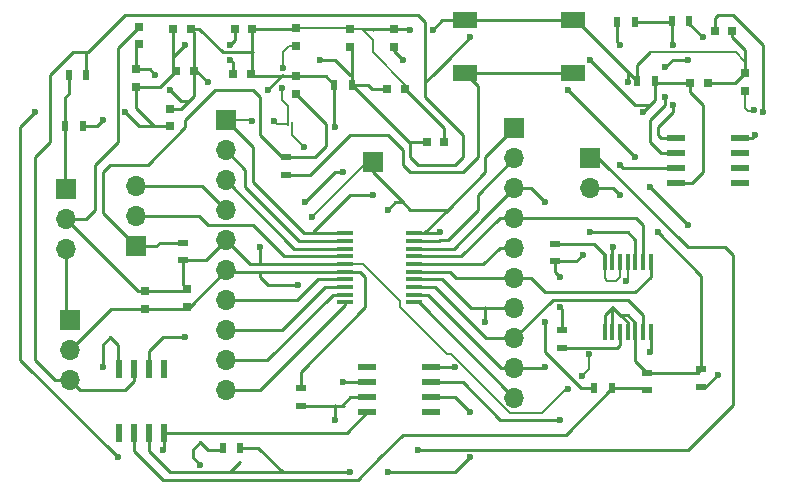
<source format=gtl>
G04 #@! TF.FileFunction,Copper,L1,Top,Signal*
%FSLAX46Y46*%
G04 Gerber Fmt 4.6, Leading zero omitted, Abs format (unit mm)*
G04 Created by KiCad (PCBNEW 4.0.4-stable) date 11/01/17 22:21:58*
%MOMM*%
%LPD*%
G01*
G04 APERTURE LIST*
%ADD10C,0.100000*%
%ADD11R,0.750000X0.800000*%
%ADD12R,0.800000X0.750000*%
%ADD13R,0.280000X0.300000*%
%ADD14R,1.700000X1.700000*%
%ADD15O,1.700000X1.700000*%
%ADD16R,0.450000X1.450000*%
%ADD17R,0.500000X0.900000*%
%ADD18R,0.900000X0.500000*%
%ADD19R,2.100000X1.400000*%
%ADD20R,1.550000X0.600000*%
%ADD21R,1.450000X0.450000*%
%ADD22R,0.600000X1.550000*%
%ADD23C,0.600000*%
%ADD24C,0.200000*%
%ADD25C,0.250000*%
G04 APERTURE END LIST*
D10*
D11*
X137709999Y-103449998D03*
X137709999Y-104949998D03*
X120145001Y-126944048D03*
X120145001Y-125444048D03*
X129424999Y-107440952D03*
X129424999Y-108940952D03*
X116652501Y-127104882D03*
X116652501Y-125604882D03*
D12*
X166347382Y-103624999D03*
X164847382Y-103624999D03*
D11*
X116142501Y-104741548D03*
X116142501Y-103241548D03*
X115859999Y-106845952D03*
X115859999Y-108345952D03*
X133929999Y-103422618D03*
X133929999Y-104922618D03*
X167442499Y-107173452D03*
X167442499Y-108673452D03*
X118717499Y-110185118D03*
X118717499Y-111685118D03*
D12*
X125702382Y-103434999D03*
X124202382Y-103434999D03*
X120469048Y-103404999D03*
X118969048Y-103404999D03*
X125549048Y-107244999D03*
X124049048Y-107244999D03*
X120762382Y-106969999D03*
X119262382Y-106969999D03*
X138637382Y-108529999D03*
X137137382Y-108529999D03*
X164289048Y-108039999D03*
X162789048Y-108039999D03*
X141969048Y-112974999D03*
X140469048Y-112974999D03*
D11*
X129439999Y-103342142D03*
X129439999Y-104842142D03*
D13*
X128701191Y-111504999D03*
X129091191Y-111504999D03*
D14*
X154312859Y-114354999D03*
D15*
X154312859Y-116894999D03*
D14*
X110222859Y-128034999D03*
D15*
X110222859Y-130574999D03*
X110222859Y-133114999D03*
D14*
X135877859Y-114674999D03*
X123467859Y-111179999D03*
D15*
X123467859Y-113719999D03*
X123467859Y-116259999D03*
X123467859Y-118799999D03*
X123467859Y-121339999D03*
X123467859Y-123879999D03*
X123467859Y-126419999D03*
X123467859Y-128959999D03*
X123467859Y-131499999D03*
X123467859Y-134039999D03*
D14*
X115809641Y-121822501D03*
D15*
X115809641Y-119282501D03*
X115809641Y-116742501D03*
D14*
X147887859Y-111814999D03*
D15*
X147887859Y-114354999D03*
X147887859Y-116894999D03*
X147887859Y-119434999D03*
X147887859Y-121974999D03*
X147887859Y-124514999D03*
X147887859Y-127054999D03*
X147887859Y-129594999D03*
X147887859Y-132134999D03*
X147887859Y-134674999D03*
D14*
X109927859Y-116964999D03*
D15*
X109927859Y-119504999D03*
X109927859Y-122044999D03*
D16*
X155534999Y-129096904D03*
X156184999Y-129096904D03*
X156834999Y-129096904D03*
X157484999Y-129096904D03*
X158134999Y-129096904D03*
X158784999Y-129096904D03*
X159434999Y-129096904D03*
X159434999Y-123196904D03*
X158784999Y-123196904D03*
X158134999Y-123196904D03*
X157484999Y-123196904D03*
X156834999Y-123196904D03*
X156184999Y-123196904D03*
X155534999Y-123196904D03*
D17*
X111657856Y-107305001D03*
X110157856Y-107305001D03*
X109841429Y-111624999D03*
X111341429Y-111624999D03*
D18*
X128547501Y-114269644D03*
X128547501Y-115769644D03*
X119819999Y-123037856D03*
X119819999Y-121537856D03*
D17*
X134152856Y-108165001D03*
X132652856Y-108165001D03*
X158307144Y-107879999D03*
X159807144Y-107879999D03*
D18*
X151345001Y-121605002D03*
X151345001Y-123105002D03*
X151960001Y-128910002D03*
X151960001Y-130410002D03*
D17*
X161193572Y-102734999D03*
X162693572Y-102734999D03*
X156592382Y-102829999D03*
X158092382Y-102829999D03*
D18*
X129787499Y-135350118D03*
X129787499Y-133850118D03*
D17*
X124680118Y-138897501D03*
X123180118Y-138897501D03*
D18*
X159089999Y-134027618D03*
X159089999Y-132527618D03*
D17*
X154652382Y-133864999D03*
X156152382Y-133864999D03*
D18*
X163679999Y-133762618D03*
X163679999Y-132262618D03*
D19*
X143732499Y-102677499D03*
X152832499Y-102677499D03*
X143732499Y-107177499D03*
X152832499Y-107177499D03*
D20*
X161609882Y-112667499D03*
X161609882Y-113937499D03*
X161609882Y-115207499D03*
X161609882Y-116477499D03*
X167009882Y-116477499D03*
X167009882Y-115207499D03*
X167009882Y-113937499D03*
X167009882Y-112667499D03*
D21*
X133531429Y-120744999D03*
X133531429Y-121394999D03*
X133531429Y-122044999D03*
X133531429Y-122694999D03*
X133531429Y-123344999D03*
X133531429Y-123994999D03*
X133531429Y-124644999D03*
X133531429Y-125294999D03*
X133531429Y-125944999D03*
X133531429Y-126594999D03*
X139431429Y-126594999D03*
X139431429Y-125944999D03*
X139431429Y-125294999D03*
X139431429Y-124644999D03*
X139431429Y-123994999D03*
X139431429Y-123344999D03*
X139431429Y-122694999D03*
X139431429Y-122044999D03*
X139431429Y-121394999D03*
X139431429Y-120744999D03*
D20*
X135438691Y-132077499D03*
X135438691Y-133347499D03*
X135438691Y-134617499D03*
X135438691Y-135887499D03*
X140838691Y-135887499D03*
X140838691Y-134617499D03*
X140838691Y-133347499D03*
X140838691Y-132077499D03*
D22*
X114414999Y-137633809D03*
X115684999Y-137633809D03*
X116954999Y-137633809D03*
X118224999Y-137633809D03*
X118224999Y-132233809D03*
X116954999Y-132233809D03*
X115684999Y-132233809D03*
X114414999Y-132233809D03*
D23*
X157480000Y-107950000D03*
X160020000Y-120650000D03*
X129540000Y-125095000D03*
X132715000Y-111760000D03*
X127000000Y-108585000D03*
X121920000Y-107950000D03*
X117475000Y-107315000D03*
X118745000Y-108585000D03*
X140970000Y-103505000D03*
X139065000Y-103505000D03*
X157353000Y-124777500D03*
X154241500Y-130937000D03*
X153606500Y-132842000D03*
X152400000Y-133921500D03*
X126365000Y-121920000D03*
X130175000Y-118110000D03*
X133350000Y-115570000D03*
X138430000Y-106045000D03*
X154305000Y-106045000D03*
X120015000Y-104775000D03*
X113030000Y-111125000D03*
X114935000Y-110490000D03*
X107315000Y-110490000D03*
X114300000Y-139700000D03*
X118110000Y-139065000D03*
X168910000Y-110490000D03*
X158750000Y-110490000D03*
X151765000Y-136525000D03*
X168211500Y-110299500D03*
X144145000Y-104140000D03*
X168275000Y-112395000D03*
X131445000Y-106045000D03*
X123825000Y-106045000D03*
X123825000Y-104775000D03*
X128270000Y-106743500D03*
X128206500Y-108394500D03*
X127508000Y-111252000D03*
X125666500Y-111252000D03*
X165100000Y-132715000D03*
X162560000Y-120015000D03*
X159385000Y-116840000D03*
X158115000Y-114300000D03*
X152400000Y-108585000D03*
X135890000Y-117475000D03*
X130746500Y-119380000D03*
X130111500Y-113411000D03*
X137160000Y-118745000D03*
X120015000Y-129540000D03*
X141605000Y-120650000D03*
X150495000Y-128270000D03*
X139700000Y-139065000D03*
X132715000Y-136525000D03*
X156845000Y-117475000D03*
X156210000Y-121920000D03*
X150495000Y-118110000D03*
X154305000Y-120650000D03*
X113030000Y-132080000D03*
X145415000Y-128270000D03*
X142875000Y-132080000D03*
X150495000Y-132080000D03*
X159385000Y-130810000D03*
X156845000Y-114935000D03*
X153670000Y-122555000D03*
X151765000Y-124460000D03*
X151765000Y-127000000D03*
X161290000Y-104775000D03*
X161290000Y-109855000D03*
X163830000Y-104140000D03*
X162560000Y-106045000D03*
X160655000Y-106680000D03*
X160655000Y-109220000D03*
X156845000Y-104775000D03*
X121285000Y-140335000D03*
X133350000Y-133350000D03*
X133985000Y-140970000D03*
X137160000Y-140970000D03*
X144145000Y-139700000D03*
X144145000Y-135890000D03*
D24*
X133929999Y-103422618D02*
X135172618Y-103422618D01*
X129439999Y-103342142D02*
X133849523Y-103342142D01*
X133849523Y-103342142D02*
X133929999Y-103422618D01*
X135890000Y-105410000D02*
X135890000Y-104330500D01*
D25*
X134982118Y-103422618D02*
X135172618Y-103422618D01*
D24*
X135890000Y-104330500D02*
X134982118Y-103422618D01*
X138637382Y-108157382D02*
X135890000Y-105410000D01*
X159385000Y-105410000D02*
X166624000Y-105410000D01*
D25*
X158307144Y-106487856D02*
X159385000Y-105410000D01*
X158307144Y-107879999D02*
X158307144Y-106487856D01*
D24*
X167393001Y-106228499D02*
X167442499Y-106179001D01*
X167442499Y-106228499D02*
X167393001Y-106228499D01*
X166624000Y-105410000D02*
X167442499Y-106228499D01*
X158307144Y-107879999D02*
X158298999Y-107879999D01*
X158298999Y-107879999D02*
X156972000Y-106553000D01*
X156972000Y-106553000D02*
X156972000Y-106544855D01*
X157480000Y-107442000D02*
X157480000Y-107061000D01*
X157353000Y-106934000D02*
X157353000Y-106925855D01*
X157480000Y-107061000D02*
X157353000Y-106934000D01*
D25*
X163679999Y-132262618D02*
X163679999Y-124309999D01*
X157480000Y-107950000D02*
X157480000Y-107442000D01*
X157480000Y-107442000D02*
X157480000Y-107315000D01*
X163679999Y-124309999D02*
X160020000Y-120650000D01*
X126365000Y-123994999D02*
X126365000Y-124460000D01*
X132652856Y-111697856D02*
X132652856Y-108165001D01*
X132652856Y-111697856D02*
X132715000Y-111760000D01*
X127000000Y-125095000D02*
X129540000Y-125095000D01*
X126365000Y-124460000D02*
X127000000Y-125095000D01*
X120762382Y-106969999D02*
X120939999Y-106969999D01*
X120939999Y-106969999D02*
X121920000Y-107950000D01*
X128144048Y-107440952D02*
X128270000Y-107315000D01*
X127000000Y-108585000D02*
X128144048Y-107440952D01*
X119697500Y-109537500D02*
X120332500Y-109537500D01*
X117005952Y-106845952D02*
X117475000Y-107315000D01*
X118745000Y-108585000D02*
X119697500Y-109537500D01*
X115859999Y-106845952D02*
X117005952Y-106845952D01*
X120332500Y-109537500D02*
X120015000Y-109855000D01*
X156845000Y-127635000D02*
X157480000Y-127635000D01*
X158134999Y-128289999D02*
X158134999Y-129096904D01*
X157480000Y-127635000D02*
X158134999Y-128289999D01*
X156184999Y-127025001D02*
X156235001Y-127025001D01*
X157484999Y-128274999D02*
X157484999Y-129096904D01*
X156235001Y-127025001D02*
X156845000Y-127635000D01*
X156845000Y-127635000D02*
X157484999Y-128274999D01*
X137709999Y-103449998D02*
X139009998Y-103449998D01*
X141797501Y-102677499D02*
X143732499Y-102677499D01*
X140970000Y-103505000D02*
X141797501Y-102677499D01*
X139009998Y-103449998D02*
X139065000Y-103505000D01*
X152832499Y-102677499D02*
X153104644Y-102677499D01*
X153104644Y-102677499D02*
X156972000Y-106544855D01*
X156972000Y-106544855D02*
X157353000Y-106925855D01*
X157353000Y-106925855D02*
X158307144Y-107879999D01*
X156184999Y-129096904D02*
X156184999Y-127025001D01*
X156184999Y-127025001D02*
X156210000Y-127000000D01*
X155534999Y-129096904D02*
X155534999Y-127675001D01*
X155534999Y-127675001D02*
X156210000Y-127000000D01*
X164289048Y-108039999D02*
X166575952Y-108039999D01*
X166575952Y-108039999D02*
X167442499Y-107173452D01*
X166347382Y-103624999D02*
X166347382Y-104117382D01*
X166347382Y-104117382D02*
X167442499Y-105212499D01*
X167442499Y-105212499D02*
X167442499Y-106179001D01*
X167442499Y-106179001D02*
X167442499Y-107173452D01*
X158134999Y-129096904D02*
X158134999Y-131572618D01*
X158134999Y-131572618D02*
X159089999Y-132527618D01*
X143732499Y-102677499D02*
X152832499Y-102677499D01*
X159089999Y-132527618D02*
X163414999Y-132527618D01*
X163414999Y-132527618D02*
X163679999Y-132262618D01*
X133531429Y-123994999D02*
X134789999Y-123994999D01*
X129787499Y-132467501D02*
X129787499Y-133850118D01*
X135255000Y-127000000D02*
X129787499Y-132467501D01*
X135255000Y-124460000D02*
X135255000Y-127000000D01*
X134789999Y-123994999D02*
X135255000Y-124460000D01*
X115859999Y-106845952D02*
X115859999Y-105024050D01*
X115859999Y-105024050D02*
X116142501Y-104741548D01*
X116652501Y-127104882D02*
X113692976Y-127104882D01*
X113692976Y-127104882D02*
X110222859Y-130574999D01*
X116177499Y-104776546D02*
X116142501Y-104741548D01*
X118717499Y-110185118D02*
X119684882Y-110185118D01*
X119684882Y-110185118D02*
X120015000Y-109855000D01*
X120762382Y-109107618D02*
X120762382Y-106969999D01*
X120015000Y-109855000D02*
X120762382Y-109107618D01*
X120762382Y-106969999D02*
X120762382Y-103698333D01*
X120762382Y-103698333D02*
X120469048Y-103404999D01*
X120469048Y-103404999D02*
X121184999Y-103404999D01*
X123190000Y-105410000D02*
X125702382Y-105410000D01*
X121184999Y-103404999D02*
X123190000Y-105410000D01*
X125702382Y-105410000D02*
X125730000Y-105410000D01*
X125730000Y-105410000D02*
X125702382Y-105410000D01*
X138637382Y-108529999D02*
X138637382Y-108157382D01*
X135890000Y-103422618D02*
X135890000Y-103505000D01*
X135890000Y-103505000D02*
X135890000Y-103422618D01*
X125702382Y-103434999D02*
X129347142Y-103434999D01*
X129347142Y-103434999D02*
X129359523Y-103422618D01*
X135172618Y-103422618D02*
X135890000Y-103422618D01*
X135890000Y-103422618D02*
X137682619Y-103422618D01*
X137682619Y-103422618D02*
X137709999Y-103449998D01*
X125702382Y-103434999D02*
X125702382Y-105410000D01*
X125702382Y-105410000D02*
X125702382Y-107091665D01*
X125702382Y-107091665D02*
X125549048Y-107244999D01*
X129424999Y-107440952D02*
X125745001Y-107440952D01*
X125745001Y-107440952D02*
X125549048Y-107244999D01*
X129424999Y-107440952D02*
X131928807Y-107440952D01*
X131928807Y-107440952D02*
X132652856Y-108165001D01*
X141969048Y-112974999D02*
X141969048Y-111861665D01*
X141969048Y-111861665D02*
X138637382Y-108529999D01*
X116652501Y-127104882D02*
X119984167Y-127104882D01*
X119984167Y-127104882D02*
X120145001Y-126944048D01*
X120145001Y-126944048D02*
X120403810Y-126944048D01*
X120403810Y-126944048D02*
X123467859Y-123879999D01*
X133531429Y-123994999D02*
X126365000Y-123994999D01*
X126365000Y-123994999D02*
X123582859Y-123994999D01*
X123582859Y-123994999D02*
X123467859Y-123879999D01*
D24*
X133531429Y-123344999D02*
X135092499Y-123344999D01*
X157484999Y-124645501D02*
X157484999Y-123196904D01*
X157353000Y-124777500D02*
X157484999Y-124645501D01*
X154241500Y-132207000D02*
X154241500Y-130937000D01*
X153606500Y-132842000D02*
X154241500Y-132207000D01*
X152273000Y-133921500D02*
X152400000Y-133921500D01*
X150241000Y-135953500D02*
X152273000Y-133921500D01*
X147510500Y-135953500D02*
X150241000Y-135953500D01*
X142494000Y-130937000D02*
X147510500Y-135953500D01*
X142176500Y-130937000D02*
X142494000Y-130937000D01*
X138176000Y-126936500D02*
X142176500Y-130937000D01*
X138176000Y-126428500D02*
X138176000Y-126936500D01*
X135092499Y-123344999D02*
X138176000Y-126428500D01*
D25*
X130175000Y-118110000D02*
X132715000Y-115570000D01*
X132715000Y-115570000D02*
X133350000Y-115570000D01*
X126365000Y-123344999D02*
X126365000Y-121920000D01*
X138430000Y-106045000D02*
X137709999Y-105324999D01*
X137709999Y-105324999D02*
X137709999Y-104949998D01*
X111635001Y-119504999D02*
X112395000Y-118745000D01*
X109927859Y-119504999D02*
X111635001Y-119504999D01*
X114300000Y-105084049D02*
X116142501Y-103241548D01*
X114300000Y-113030000D02*
X114300000Y-105084049D01*
X112395000Y-114935000D02*
X114300000Y-113030000D01*
X112395000Y-118745000D02*
X112395000Y-114935000D01*
X116652501Y-125604882D02*
X116027742Y-125604882D01*
X116027742Y-125604882D02*
X109927859Y-119504999D01*
X116652501Y-125604882D02*
X119984167Y-125604882D01*
X119984167Y-125604882D02*
X120145001Y-125444048D01*
X119819999Y-123037856D02*
X119819999Y-125119046D01*
X119819999Y-125119046D02*
X120145001Y-125444048D01*
X119819999Y-123037856D02*
X121770002Y-123037856D01*
X121770002Y-123037856D02*
X123467859Y-121339999D01*
X133531429Y-123344999D02*
X126365000Y-123344999D01*
X126365000Y-123344999D02*
X125472859Y-123344999D01*
X125472859Y-123344999D02*
X123467859Y-121339999D01*
X128547501Y-114269644D02*
X131030856Y-114269644D01*
X131953000Y-111468953D02*
X129424999Y-108940952D01*
X131953000Y-113347500D02*
X131953000Y-111468953D01*
X131030856Y-114269644D02*
X131953000Y-113347500D01*
X128547501Y-114269644D02*
X128239644Y-114269644D01*
X128239644Y-114269644D02*
X126365000Y-112395000D01*
X113030000Y-119042860D02*
X115809641Y-121822501D01*
X113030000Y-115570000D02*
X113030000Y-119042860D01*
X113665000Y-114935000D02*
X113030000Y-115570000D01*
X114935000Y-114935000D02*
X113665000Y-114935000D01*
X116840000Y-114935000D02*
X114935000Y-114935000D01*
X120015000Y-111760000D02*
X116840000Y-114935000D01*
X120015000Y-111125000D02*
X120015000Y-111760000D01*
X122555000Y-108585000D02*
X120015000Y-111125000D01*
X125730000Y-108585000D02*
X122555000Y-108585000D01*
X126365000Y-109220000D02*
X125730000Y-108585000D01*
X126365000Y-112395000D02*
X126365000Y-109220000D01*
X115809641Y-121822501D02*
X117572499Y-121822501D01*
X117857144Y-121537856D02*
X119819999Y-121537856D01*
X117572499Y-121822501D02*
X117857144Y-121537856D01*
X118969048Y-106045000D02*
X118969048Y-105820952D01*
X158115000Y-109855000D02*
X159385000Y-109855000D01*
X154305000Y-106045000D02*
X158115000Y-109855000D01*
X118969048Y-105820952D02*
X120015000Y-104775000D01*
X111341429Y-111624999D02*
X112530001Y-111624999D01*
X112530001Y-111624999D02*
X113030000Y-111125000D01*
X118224999Y-137633809D02*
X118224999Y-138950001D01*
X116130118Y-111685118D02*
X117400118Y-111685118D01*
X114935000Y-110490000D02*
X116130118Y-111685118D01*
X106045000Y-111760000D02*
X107315000Y-110490000D01*
X106045000Y-131445000D02*
X106045000Y-111760000D01*
X114300000Y-139700000D02*
X106045000Y-131445000D01*
X118224999Y-138950001D02*
X118110000Y-139065000D01*
X161609882Y-116477499D02*
X162922501Y-116477499D01*
X162789048Y-108814048D02*
X162789048Y-108039999D01*
X163830000Y-109855000D02*
X162789048Y-108814048D01*
X163830000Y-115570000D02*
X163830000Y-109855000D01*
X162922501Y-116477499D02*
X163830000Y-115570000D01*
X164847382Y-103624999D02*
X164847382Y-102487618D01*
X164847382Y-102487618D02*
X165100000Y-102235000D01*
X165100000Y-102235000D02*
X166370000Y-102235000D01*
X166370000Y-102235000D02*
X168910000Y-104775000D01*
X168910000Y-104775000D02*
X168910000Y-110490000D01*
X158750000Y-110490000D02*
X159385000Y-109855000D01*
X159807144Y-109432856D02*
X159807144Y-107879999D01*
X159385000Y-109855000D02*
X159807144Y-109432856D01*
X162789048Y-108039999D02*
X159967144Y-108039999D01*
X159967144Y-108039999D02*
X159807144Y-107879999D01*
X118224999Y-137633809D02*
X133692381Y-137633809D01*
X133692381Y-137633809D02*
X135438691Y-135887499D01*
X115859999Y-108345952D02*
X117886429Y-108345952D01*
X117886429Y-108345952D02*
X119262382Y-106969999D01*
X118717499Y-111685118D02*
X117400118Y-111685118D01*
X115859999Y-110144999D02*
X115859999Y-108345952D01*
X117400118Y-111685118D02*
X115859999Y-110144999D01*
X118969048Y-103404999D02*
X118969048Y-106045000D01*
X118969048Y-106045000D02*
X118969048Y-106676665D01*
X118969048Y-106676665D02*
X119262382Y-106969999D01*
X143507499Y-133347499D02*
X140838691Y-133347499D01*
X146685000Y-136525000D02*
X151765000Y-136525000D01*
X143507499Y-133347499D02*
X146685000Y-136525000D01*
D24*
X167442499Y-110101999D02*
X167442499Y-108673452D01*
X167703500Y-110363000D02*
X167442499Y-110101999D01*
X168148000Y-110363000D02*
X167703500Y-110363000D01*
X168211500Y-110299500D02*
X168148000Y-110363000D01*
D25*
X140335000Y-108585000D02*
X140335000Y-107950000D01*
X140970000Y-107315000D02*
X140335000Y-107950000D01*
X144145000Y-104140000D02*
X142240000Y-106045000D01*
X140970000Y-107315000D02*
X142240000Y-106045000D01*
X168002501Y-112667499D02*
X167009882Y-112667499D01*
X168275000Y-112395000D02*
X168002501Y-112667499D01*
X134152856Y-107315000D02*
X133985000Y-107315000D01*
X132715000Y-106045000D02*
X131445000Y-106045000D01*
X133985000Y-107315000D02*
X132715000Y-106045000D01*
X124049048Y-107244999D02*
X124049048Y-106269048D01*
X124049048Y-106269048D02*
X123825000Y-106045000D01*
X124202382Y-104397618D02*
X124202382Y-103434999D01*
X123825000Y-104775000D02*
X124202382Y-104397618D01*
X140335000Y-104775000D02*
X140335000Y-102870000D01*
X140335000Y-102870000D02*
X139700000Y-102235000D01*
X139700000Y-102235000D02*
X137795000Y-102235000D01*
X140335000Y-104775000D02*
X140335000Y-108585000D01*
X114935000Y-102235000D02*
X137795000Y-102235000D01*
X111760000Y-105410000D02*
X114935000Y-102235000D01*
X140335000Y-108585000D02*
X140335000Y-109220000D01*
X139065000Y-114300000D02*
X139065000Y-112974999D01*
X139700000Y-114935000D02*
X139065000Y-114300000D01*
X142875000Y-114935000D02*
X139700000Y-114935000D01*
X143510000Y-114300000D02*
X142875000Y-114935000D01*
X143510000Y-112395000D02*
X143510000Y-114300000D01*
X140335000Y-109220000D02*
X143510000Y-112395000D01*
X115684999Y-132233809D02*
X115684999Y-133235001D01*
X111092860Y-133985000D02*
X110222859Y-133114999D01*
X114935000Y-133985000D02*
X111092860Y-133985000D01*
X115684999Y-133235001D02*
X114935000Y-133985000D01*
X110222859Y-133114999D02*
X108984999Y-133114999D01*
X110490000Y-105410000D02*
X111760000Y-105410000D01*
X108585000Y-107315000D02*
X110490000Y-105410000D01*
X108585000Y-113030000D02*
X108585000Y-107315000D01*
X107315000Y-114300000D02*
X108585000Y-113030000D01*
X107315000Y-131445000D02*
X107315000Y-114300000D01*
X108984999Y-133114999D02*
X107315000Y-131445000D01*
X111657856Y-107305001D02*
X111657856Y-105512144D01*
X111657856Y-105512144D02*
X111760000Y-105410000D01*
X134152856Y-108165001D02*
X134152856Y-107315000D01*
X134152856Y-107315000D02*
X134152856Y-105145475D01*
X134152856Y-105145475D02*
X133929999Y-104922618D01*
X134152856Y-108165001D02*
X135470001Y-108165001D01*
X135834999Y-108529999D02*
X137137382Y-108529999D01*
X135470001Y-108165001D02*
X135834999Y-108529999D01*
X140469048Y-112974999D02*
X139065000Y-112974999D01*
X139065000Y-112974999D02*
X138962854Y-112974999D01*
X138962854Y-112974999D02*
X133985000Y-107997145D01*
X133985000Y-107997145D02*
X133985000Y-107950000D01*
X133985000Y-107950000D02*
X134152856Y-108165001D01*
D24*
X128701191Y-111504999D02*
X128701191Y-109968691D01*
X128837858Y-104842142D02*
X129439999Y-104842142D01*
X128270000Y-105410000D02*
X128837858Y-104842142D01*
X128270000Y-106743500D02*
X128270000Y-105410000D01*
X128206500Y-109474000D02*
X128206500Y-108394500D01*
X128701191Y-109968691D02*
X128206500Y-109474000D01*
X123467859Y-111179999D02*
X125594499Y-111179999D01*
X127760999Y-111504999D02*
X128701191Y-111504999D01*
X127508000Y-111252000D02*
X127760999Y-111504999D01*
X125594499Y-111179999D02*
X125666500Y-111252000D01*
D25*
X130810000Y-120744999D02*
X130810000Y-120650000D01*
X165100000Y-132715000D02*
X164052382Y-133762618D01*
X159385000Y-116840000D02*
X162560000Y-120015000D01*
X152400000Y-108585000D02*
X158115000Y-114300000D01*
X133985000Y-117475000D02*
X135890000Y-117475000D01*
X130810000Y-120650000D02*
X133985000Y-117475000D01*
X164052382Y-133762618D02*
X163679999Y-133762618D01*
X133531429Y-120744999D02*
X130810000Y-120744999D01*
X130810000Y-120744999D02*
X130085001Y-120744999D01*
X125730000Y-113442140D02*
X123467859Y-111179999D01*
X125730000Y-116389998D02*
X125730000Y-113442140D01*
X130085001Y-120744999D02*
X125730000Y-116389998D01*
D24*
X129091191Y-111504999D02*
X129091191Y-112390691D01*
X130746500Y-119380000D02*
X135451501Y-114674999D01*
X129091191Y-112390691D02*
X130111500Y-113411000D01*
X135451501Y-114674999D02*
X135877859Y-114674999D01*
D25*
X116954999Y-132233809D02*
X116954999Y-130695001D01*
X137795000Y-118110000D02*
X138430000Y-118110000D01*
X137160000Y-118745000D02*
X137795000Y-118110000D01*
X118110000Y-129540000D02*
X120015000Y-129540000D01*
X116954999Y-130695001D02*
X118110000Y-129540000D01*
X154652382Y-133864999D02*
X153549999Y-133864999D01*
X141510001Y-120744999D02*
X139431429Y-120744999D01*
X141605000Y-120650000D02*
X141510001Y-120744999D01*
X150495000Y-130810000D02*
X150495000Y-128270000D01*
X153549999Y-133864999D02*
X150495000Y-130810000D01*
X135877859Y-114674999D02*
X135877859Y-115557859D01*
X139065000Y-118745000D02*
X142240000Y-118745000D01*
X135877859Y-115557859D02*
X138430000Y-118110000D01*
X138430000Y-118110000D02*
X139065000Y-118745000D01*
X139431429Y-120744999D02*
X140240001Y-120744999D01*
X145415000Y-114287858D02*
X147887859Y-111814999D01*
X145415000Y-115570000D02*
X145415000Y-114287858D01*
X140240001Y-120744999D02*
X142240000Y-118745000D01*
X142240000Y-118745000D02*
X145415000Y-115570000D01*
X154312859Y-114354999D02*
X154994999Y-114354999D01*
X154994999Y-114354999D02*
X162560000Y-121920000D01*
X162560000Y-121920000D02*
X165735000Y-121920000D01*
X165735000Y-121920000D02*
X166370000Y-122555000D01*
X166370000Y-122555000D02*
X166370000Y-135255000D01*
X166370000Y-135255000D02*
X162560000Y-139065000D01*
X162560000Y-139065000D02*
X139700000Y-139065000D01*
X132715000Y-136525000D02*
X132715000Y-135255000D01*
X132715000Y-135255000D02*
X132715000Y-135350118D01*
X133350000Y-135350118D02*
X133350000Y-135255000D01*
X133987501Y-134617499D02*
X135438691Y-134617499D01*
X133350000Y-135255000D02*
X133987501Y-134617499D01*
X129787499Y-135350118D02*
X132715000Y-135350118D01*
X132715000Y-135350118D02*
X133350000Y-135350118D01*
X133350000Y-135350118D02*
X133436072Y-135350118D01*
X135341072Y-134715118D02*
X135438691Y-134617499D01*
X156184999Y-123196904D02*
X156184999Y-121945001D01*
X156264999Y-116894999D02*
X154312859Y-116894999D01*
X156845000Y-117475000D02*
X156264999Y-116894999D01*
X156184999Y-121945001D02*
X156210000Y-121920000D01*
X109927859Y-122044999D02*
X109927859Y-127739999D01*
X109927859Y-127739999D02*
X110222859Y-128034999D01*
X133531429Y-121394999D02*
X129649999Y-121394999D01*
X125095000Y-115347140D02*
X123467859Y-113719999D01*
X125095000Y-116840000D02*
X125095000Y-115347140D01*
X129649999Y-121394999D02*
X125095000Y-116840000D01*
X133531429Y-122044999D02*
X129252859Y-122044999D01*
X129252859Y-122044999D02*
X123467859Y-116259999D01*
X115809641Y-116742501D02*
X121410361Y-116742501D01*
X121410361Y-116742501D02*
X123467859Y-118799999D01*
X133531429Y-124644999D02*
X131260001Y-124644999D01*
X129485001Y-126419999D02*
X123467859Y-126419999D01*
X131260001Y-124644999D02*
X129485001Y-126419999D01*
X133531429Y-125294999D02*
X131880001Y-125294999D01*
X128215001Y-128959999D02*
X123467859Y-128959999D01*
X131880001Y-125294999D02*
X128215001Y-128959999D01*
X133531429Y-125944999D02*
X132500001Y-125944999D01*
X126945001Y-131499999D02*
X123467859Y-131499999D01*
X132500001Y-125944999D02*
X126945001Y-131499999D01*
X133531429Y-126594999D02*
X133531429Y-126818571D01*
X133531429Y-126818571D02*
X126310001Y-134039999D01*
X126310001Y-134039999D02*
X123467859Y-134039999D01*
X115809641Y-119282501D02*
X121187501Y-119282501D01*
X128409999Y-122694999D02*
X133531429Y-122694999D01*
X125730000Y-120015000D02*
X128409999Y-122694999D01*
X121920000Y-120015000D02*
X125730000Y-120015000D01*
X121187501Y-119282501D02*
X121920000Y-120015000D01*
X139431429Y-121394999D02*
X141495001Y-121394999D01*
X144780000Y-117462858D02*
X147887859Y-114354999D01*
X144780000Y-118745000D02*
X144780000Y-117462858D01*
X142240000Y-121285000D02*
X144780000Y-118745000D01*
X141605000Y-121285000D02*
X142240000Y-121285000D01*
X141495001Y-121394999D02*
X141605000Y-121285000D01*
X158134999Y-123196904D02*
X158134999Y-121304999D01*
X149279999Y-116894999D02*
X147887859Y-116894999D01*
X150495000Y-118110000D02*
X149279999Y-116894999D01*
X157480000Y-120650000D02*
X154305000Y-120650000D01*
X158134999Y-121304999D02*
X157480000Y-120650000D01*
X139431429Y-122044999D02*
X142750001Y-122044999D01*
X145415000Y-119367858D02*
X147887859Y-116894999D01*
X145415000Y-119380000D02*
X145415000Y-119367858D01*
X142750001Y-122044999D02*
X145415000Y-119380000D01*
X158784999Y-123196904D02*
X158784999Y-120049999D01*
X158169999Y-119434999D02*
X147887859Y-119434999D01*
X158784999Y-120049999D02*
X158169999Y-119434999D01*
X139431429Y-122694999D02*
X143370001Y-122694999D01*
X146630001Y-119434999D02*
X147887859Y-119434999D01*
X143370001Y-122694999D02*
X146630001Y-119434999D01*
X139431429Y-123344999D02*
X145260001Y-123344999D01*
X146630001Y-121974999D02*
X147887859Y-121974999D01*
X145260001Y-123344999D02*
X146630001Y-121974999D01*
X147887859Y-124514999D02*
X149279999Y-124514999D01*
X159434999Y-124410001D02*
X159434999Y-123196904D01*
X158115000Y-125730000D02*
X159434999Y-124410001D01*
X150495000Y-125730000D02*
X158115000Y-125730000D01*
X149279999Y-124514999D02*
X150495000Y-125730000D01*
X139431429Y-123994999D02*
X142409999Y-123994999D01*
X142929999Y-124514999D02*
X147887859Y-124514999D01*
X142409999Y-123994999D02*
X142929999Y-124514999D01*
X114300000Y-130175000D02*
X114300000Y-132118810D01*
X113665000Y-129540000D02*
X114300000Y-130175000D01*
X113030000Y-130175000D02*
X113665000Y-129540000D01*
X113030000Y-132080000D02*
X113030000Y-130175000D01*
X114300000Y-132118810D02*
X114414999Y-132233809D01*
X140838691Y-132077499D02*
X142872499Y-132077499D01*
X145415000Y-128270000D02*
X145415000Y-127054999D01*
X142872499Y-132077499D02*
X142875000Y-132080000D01*
X145415000Y-127054999D02*
X145415000Y-127000000D01*
X145415000Y-127000000D02*
X145415000Y-127054999D01*
X139431429Y-124644999D02*
X141789999Y-124644999D01*
X144199999Y-127054999D02*
X145415000Y-127054999D01*
X145415000Y-127054999D02*
X147887859Y-127054999D01*
X141789999Y-124644999D02*
X144199999Y-127054999D01*
X158784999Y-129096904D02*
X158784999Y-127669999D01*
X151117858Y-126365000D02*
X147887859Y-129594999D01*
X157480000Y-126365000D02*
X151117858Y-126365000D01*
X158784999Y-127669999D02*
X157480000Y-126365000D01*
X147887859Y-129594999D02*
X148009999Y-129594999D01*
X139431429Y-125294999D02*
X141169999Y-125294999D01*
X145469999Y-129594999D02*
X147887859Y-129594999D01*
X141169999Y-125294999D02*
X145469999Y-129594999D01*
X159434999Y-129096904D02*
X159434999Y-130760001D01*
X150440001Y-132134999D02*
X147887859Y-132134999D01*
X150495000Y-132080000D02*
X150440001Y-132134999D01*
X159434999Y-130760001D02*
X159385000Y-130810000D01*
X139431429Y-125944999D02*
X140549999Y-125944999D01*
X146739999Y-132134999D02*
X147887859Y-132134999D01*
X140549999Y-125944999D02*
X146739999Y-132134999D01*
X139431429Y-126594999D02*
X139807859Y-126594999D01*
X139807859Y-126594999D02*
X147887859Y-134674999D01*
X110157856Y-107305001D02*
X110157856Y-108917144D01*
X109841429Y-109233571D02*
X109841429Y-111624999D01*
X110157856Y-108917144D02*
X109841429Y-109233571D01*
X109841429Y-111624999D02*
X109841429Y-116878569D01*
X109841429Y-116878569D02*
X109927859Y-116964999D01*
X151960001Y-130410002D02*
X156609998Y-130410002D01*
X156834999Y-130185001D02*
X156834999Y-129096904D01*
X156609998Y-130410002D02*
X156834999Y-130185001D01*
D24*
X155534999Y-123196904D02*
X155534999Y-124546999D01*
X156834999Y-124470001D02*
X156834999Y-123196904D01*
X156527500Y-124777500D02*
X156834999Y-124470001D01*
X155765500Y-124777500D02*
X156527500Y-124777500D01*
X155534999Y-124546999D02*
X155765500Y-124777500D01*
D25*
X151345001Y-121605002D02*
X154625002Y-121605002D01*
X154625002Y-121605002D02*
X155575000Y-122555000D01*
X155575000Y-122555000D02*
X155534999Y-123196904D01*
X143732499Y-107177499D02*
X152832499Y-107177499D01*
X128547501Y-115769644D02*
X130610356Y-115769644D01*
X130610356Y-115769644D02*
X131445000Y-114935000D01*
X144780000Y-108225000D02*
X143732499Y-107177499D01*
X144780000Y-114300000D02*
X144780000Y-108225000D01*
X143510000Y-115570000D02*
X144780000Y-114300000D01*
X139065000Y-115570000D02*
X143510000Y-115570000D01*
X138430000Y-114935000D02*
X139065000Y-115570000D01*
X138430000Y-113665000D02*
X138430000Y-114935000D01*
X137160000Y-112395000D02*
X138430000Y-113665000D01*
X133985000Y-112395000D02*
X137160000Y-112395000D01*
X131327144Y-115052856D02*
X131445000Y-114935000D01*
X131445000Y-114935000D02*
X133985000Y-112395000D01*
X151345001Y-123105002D02*
X153119998Y-123105002D01*
X157117499Y-115207499D02*
X161609882Y-115207499D01*
X156845000Y-114935000D02*
X157117499Y-115207499D01*
X153119998Y-123105002D02*
X153670000Y-122555000D01*
X151960001Y-128910002D02*
X151960001Y-127195001D01*
X151345001Y-124040001D02*
X151345001Y-123105002D01*
X151765000Y-124460000D02*
X151345001Y-124040001D01*
X151960001Y-127195001D02*
X151765000Y-127000000D01*
X161609882Y-112667499D02*
X160292499Y-112667499D01*
X161193572Y-104678572D02*
X161193572Y-102734999D01*
X161290000Y-104775000D02*
X161193572Y-104678572D01*
X161290000Y-110490000D02*
X161290000Y-109855000D01*
X160020000Y-111760000D02*
X161290000Y-110490000D01*
X160020000Y-112395000D02*
X160020000Y-111760000D01*
X160292499Y-112667499D02*
X160020000Y-112395000D01*
X158092382Y-102829999D02*
X161098572Y-102829999D01*
X161098572Y-102829999D02*
X161193572Y-102734999D01*
X161609882Y-113937499D02*
X160292499Y-113937499D01*
X163830000Y-104140000D02*
X162693572Y-103003572D01*
X161290000Y-106045000D02*
X162560000Y-106045000D01*
X160655000Y-106680000D02*
X161290000Y-106045000D01*
X160655000Y-109855000D02*
X160655000Y-109220000D01*
X159385000Y-111125000D02*
X160655000Y-109855000D01*
X159385000Y-113030000D02*
X159385000Y-111125000D01*
X160292499Y-113937499D02*
X159385000Y-113030000D01*
X162693572Y-103003572D02*
X162693572Y-102734999D01*
X156592382Y-104522382D02*
X156845000Y-104775000D01*
X156592382Y-102829999D02*
X156592382Y-104522382D01*
X133985000Y-133350000D02*
X133985000Y-133347499D01*
X135438691Y-133347499D02*
X133985000Y-133347499D01*
X133985000Y-133347499D02*
X133352501Y-133347499D01*
X121920000Y-139065000D02*
X123012619Y-139065000D01*
X121285000Y-138430000D02*
X121920000Y-139065000D01*
X120650000Y-139065000D02*
X121285000Y-138430000D01*
X120650000Y-139700000D02*
X120650000Y-139065000D01*
X121285000Y-140335000D02*
X120650000Y-139700000D01*
X133352501Y-133347499D02*
X133350000Y-133350000D01*
X123012619Y-139065000D02*
X123180118Y-138897501D01*
X140838691Y-134617499D02*
X142872499Y-134617499D01*
X132080000Y-140970000D02*
X128270000Y-140970000D01*
X133985000Y-140970000D02*
X132080000Y-140970000D01*
X142875000Y-140970000D02*
X137160000Y-140970000D01*
X144145000Y-139700000D02*
X142875000Y-140970000D01*
X142872499Y-134617499D02*
X144145000Y-135890000D01*
X124680118Y-138897501D02*
X126197501Y-138897501D01*
X126197501Y-138897501D02*
X128270000Y-140970000D01*
X123825000Y-140970000D02*
X128270000Y-140970000D01*
X116954999Y-139179999D02*
X118745000Y-140970000D01*
X118745000Y-140970000D02*
X122607619Y-140970000D01*
X116954999Y-139179999D02*
X116954999Y-137633809D01*
X123825000Y-140970000D02*
X122607619Y-140970000D01*
X124680118Y-140114882D02*
X123825000Y-140970000D01*
X140838691Y-134617499D02*
X141602499Y-134617499D01*
X123825000Y-141605000D02*
X134620000Y-141605000D01*
X115684999Y-137633809D02*
X115684999Y-139179999D01*
X115684999Y-139179999D02*
X118110000Y-141605000D01*
X118110000Y-141605000D02*
X123825000Y-141605000D01*
X136525000Y-139700000D02*
X138430000Y-137795000D01*
X138430000Y-137795000D02*
X152222381Y-137795000D01*
X152222381Y-137795000D02*
X156152382Y-133864999D01*
X134620000Y-141605000D02*
X136525000Y-139700000D01*
X156152382Y-133864999D02*
X158927380Y-133864999D01*
X158927380Y-133864999D02*
X159089999Y-134027618D01*
M02*

</source>
